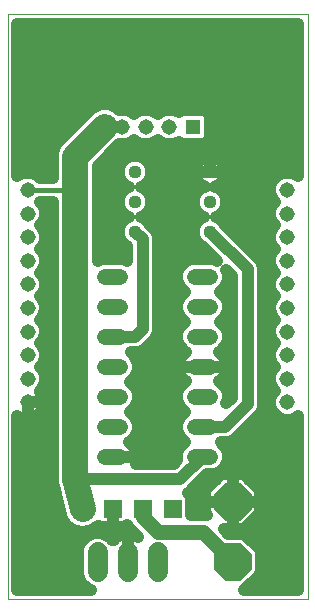
<source format=gbl>
G75*
%MOIN*%
%OFA0B0*%
%FSLAX24Y24*%
%IPPOS*%
%LPD*%
%AMOC8*
5,1,8,0,0,1.08239X$1,22.5*
%
%ADD10C,0.0000*%
%ADD11C,0.0440*%
%ADD12R,0.0594X0.0594*%
%ADD13C,0.0515*%
%ADD14C,0.0520*%
%ADD15C,0.0650*%
%ADD16OC8,0.1240*%
%ADD17R,0.0515X0.0515*%
%ADD18C,0.0500*%
%ADD19C,0.0400*%
%ADD20C,0.0860*%
%ADD21C,0.0160*%
D10*
X000680Y000680D02*
X000680Y020180D01*
X010680Y020180D01*
X010680Y000680D01*
X000680Y000680D01*
D11*
X004930Y012930D03*
X004930Y013930D03*
X004930Y014930D03*
X007430Y014930D03*
X007430Y013930D03*
X007430Y012930D03*
D12*
X006180Y003680D03*
X005180Y003680D03*
X004180Y003680D03*
X003180Y003680D03*
D13*
X001349Y007243D03*
X001349Y008030D03*
X001349Y008818D03*
X001349Y009605D03*
X001349Y010393D03*
X001349Y011180D03*
X001349Y011967D03*
X001349Y012755D03*
X001349Y013542D03*
X001349Y014330D03*
X004499Y016430D03*
X005286Y016430D03*
X006074Y016430D03*
X010011Y014330D03*
X010011Y013542D03*
X010011Y012755D03*
X010011Y011967D03*
X010011Y011180D03*
X010011Y010393D03*
X010011Y009605D03*
X010011Y008818D03*
X010011Y008030D03*
X010011Y007243D03*
D14*
X007440Y007430D02*
X006920Y007430D01*
X006920Y006430D02*
X007440Y006430D01*
X007440Y005430D02*
X006920Y005430D01*
X006920Y008430D02*
X007440Y008430D01*
X007440Y009430D02*
X006920Y009430D01*
X006920Y010430D02*
X007440Y010430D01*
X007440Y011430D02*
X006920Y011430D01*
X004440Y011430D02*
X003920Y011430D01*
X003920Y010430D02*
X004440Y010430D01*
X004440Y009430D02*
X003920Y009430D01*
X003920Y008430D02*
X004440Y008430D01*
X004440Y007430D02*
X003920Y007430D01*
X003920Y006430D02*
X004440Y006430D01*
X004440Y005430D02*
X003920Y005430D01*
D15*
X003680Y002255D02*
X003680Y001605D01*
X004680Y001605D02*
X004680Y002255D01*
X005680Y002255D02*
X005680Y001605D01*
D16*
X008180Y001930D03*
X008180Y003930D03*
D17*
X006861Y016430D03*
D18*
X005180Y003430D02*
X005680Y002930D01*
X007180Y002930D01*
X008180Y001930D01*
D19*
X008046Y002870D02*
X007906Y003010D01*
X008180Y003010D01*
X008561Y003010D01*
X009100Y003549D01*
X009100Y003930D01*
X009100Y004311D01*
X008561Y004850D01*
X008180Y004850D01*
X008180Y003930D01*
X008180Y003930D01*
X009100Y003930D01*
X008180Y003930D01*
X008180Y003930D01*
X008180Y003930D01*
X007260Y003930D01*
X007260Y004311D01*
X007799Y004850D01*
X008180Y004850D01*
X008180Y003930D01*
X008180Y003010D01*
X008180Y003930D01*
X008180Y003930D01*
X007260Y003930D01*
X007260Y003549D01*
X007320Y003489D01*
X007293Y003500D01*
X006797Y003500D01*
X006797Y004041D01*
X006748Y004158D01*
X006684Y004222D01*
X006725Y004239D01*
X006871Y004385D01*
X007335Y004850D01*
X007555Y004850D01*
X007769Y004938D01*
X007932Y005101D01*
X008020Y005315D01*
X008020Y005545D01*
X007932Y005759D01*
X007780Y005910D01*
X008033Y005910D01*
X008225Y005989D01*
X009121Y006885D01*
X009200Y007077D01*
X009200Y007283D01*
X009200Y011577D01*
X009200Y011783D01*
X009121Y011975D01*
X007908Y013188D01*
X007888Y013236D01*
X007736Y013388D01*
X007634Y013430D01*
X007736Y013472D01*
X007888Y013624D01*
X007970Y013823D01*
X007970Y014037D01*
X007888Y014236D01*
X007736Y014388D01*
X007608Y014441D01*
X007630Y014448D01*
X007703Y014485D01*
X007769Y014533D01*
X007827Y014591D01*
X007875Y014657D01*
X007912Y014730D01*
X007937Y014808D01*
X007950Y014889D01*
X007950Y014930D01*
X007950Y014971D01*
X007937Y015052D01*
X007912Y015130D01*
X007875Y015203D01*
X007827Y015269D01*
X007769Y015327D01*
X007703Y015375D01*
X007630Y015412D01*
X007552Y015437D01*
X007471Y015450D01*
X007430Y015450D01*
X007430Y014930D01*
X007430Y014930D01*
X007950Y014930D01*
X007430Y014930D01*
X007430Y014930D01*
X007430Y014930D01*
X006910Y014930D01*
X006910Y014971D01*
X006923Y015052D01*
X006948Y015130D01*
X006985Y015203D01*
X007033Y015269D01*
X007091Y015327D01*
X007157Y015375D01*
X007230Y015412D01*
X007308Y015437D01*
X007389Y015450D01*
X007430Y015450D01*
X007430Y014930D01*
X006910Y014930D01*
X006910Y014889D01*
X006923Y014808D01*
X006948Y014730D01*
X006985Y014657D01*
X007033Y014591D01*
X007091Y014533D01*
X007157Y014485D01*
X007230Y014448D01*
X007252Y014441D01*
X007124Y014388D01*
X006972Y014236D01*
X006890Y014037D01*
X006890Y013823D01*
X006972Y013624D01*
X007124Y013472D01*
X007226Y013430D01*
X007124Y013388D01*
X006972Y013236D01*
X006890Y013037D01*
X006890Y012823D01*
X006972Y012624D01*
X007124Y012472D01*
X007172Y012452D01*
X007656Y011968D01*
X007555Y012010D01*
X006805Y012010D01*
X006591Y011922D01*
X006428Y011759D01*
X006340Y011545D01*
X006340Y011315D01*
X006428Y011101D01*
X006591Y010938D01*
X006611Y010930D01*
X006591Y010922D01*
X006428Y010759D01*
X006340Y010545D01*
X006340Y010315D01*
X006428Y010101D01*
X006591Y009938D01*
X006611Y009930D01*
X006591Y009922D01*
X006428Y009759D01*
X006340Y009545D01*
X006340Y009315D01*
X006428Y009101D01*
X006591Y008938D01*
X006643Y008917D01*
X006626Y008909D01*
X006555Y008857D01*
X006493Y008795D01*
X006441Y008724D01*
X006401Y008645D01*
X006374Y008561D01*
X006360Y008474D01*
X006360Y008430D01*
X007180Y008430D01*
X008000Y008430D01*
X008000Y008474D01*
X007986Y008561D01*
X007959Y008645D01*
X007919Y008724D01*
X007867Y008795D01*
X007805Y008857D01*
X007734Y008909D01*
X007717Y008917D01*
X007769Y008938D01*
X007932Y009101D01*
X008020Y009315D01*
X008020Y009545D01*
X007932Y009759D01*
X007769Y009922D01*
X007749Y009930D01*
X007769Y009938D01*
X007932Y010101D01*
X008020Y010315D01*
X008020Y010545D01*
X007932Y010759D01*
X007769Y010922D01*
X007749Y010930D01*
X007769Y010938D01*
X007932Y011101D01*
X008020Y011315D01*
X008020Y011545D01*
X007978Y011646D01*
X008160Y011465D01*
X008160Y007395D01*
X007978Y007213D01*
X008020Y007315D01*
X008020Y007545D01*
X007932Y007759D01*
X007769Y007922D01*
X007717Y007943D01*
X007734Y007951D01*
X007805Y008003D01*
X007867Y008065D01*
X007919Y008136D01*
X007959Y008215D01*
X007986Y008299D01*
X008000Y008386D01*
X008000Y008430D01*
X007180Y008430D01*
X007180Y008430D01*
X007180Y008430D01*
X006360Y008430D01*
X006360Y008386D01*
X006374Y008299D01*
X006401Y008215D01*
X006441Y008136D01*
X006493Y008065D01*
X006555Y008003D01*
X006626Y007951D01*
X006643Y007943D01*
X006591Y007922D01*
X006428Y007759D01*
X006340Y007545D01*
X006340Y007315D01*
X006428Y007101D01*
X006591Y006938D01*
X006611Y006930D01*
X006591Y006922D01*
X006428Y006759D01*
X006340Y006545D01*
X006340Y006315D01*
X006428Y006101D01*
X006591Y005938D01*
X006611Y005930D01*
X006591Y005922D01*
X006428Y005759D01*
X006340Y005545D01*
X006340Y005325D01*
X006215Y005200D01*
X004951Y005200D01*
X004959Y005215D01*
X004986Y005299D01*
X005000Y005386D01*
X005000Y005430D01*
X005000Y005474D01*
X004986Y005561D01*
X004959Y005645D01*
X004919Y005724D01*
X004867Y005795D01*
X004805Y005857D01*
X004734Y005909D01*
X004717Y005917D01*
X004769Y005938D01*
X004932Y006101D01*
X005020Y006315D01*
X005020Y006545D01*
X004932Y006759D01*
X004769Y006922D01*
X004749Y006930D01*
X004769Y006938D01*
X004932Y007101D01*
X005020Y007315D01*
X005020Y007545D01*
X004932Y007759D01*
X004769Y007922D01*
X004749Y007930D01*
X004769Y007938D01*
X004932Y008101D01*
X005020Y008315D01*
X005020Y008545D01*
X004932Y008759D01*
X004780Y008910D01*
X005033Y008910D01*
X005225Y008989D01*
X005621Y009385D01*
X005700Y009577D01*
X005700Y012783D01*
X005621Y012975D01*
X005408Y013188D01*
X005388Y013236D01*
X005236Y013388D01*
X005134Y013430D01*
X005236Y013472D01*
X005388Y013624D01*
X005470Y013823D01*
X005470Y014037D01*
X005388Y014236D01*
X005236Y014388D01*
X005134Y014430D01*
X005236Y014472D01*
X005388Y014624D01*
X005470Y014823D01*
X005470Y015037D01*
X005388Y015236D01*
X005236Y015388D01*
X005037Y015470D01*
X004823Y015470D01*
X004624Y015388D01*
X004472Y015236D01*
X004390Y015037D01*
X004390Y014823D01*
X004472Y014624D01*
X004624Y014472D01*
X004726Y014430D01*
X004624Y014388D01*
X004472Y014236D01*
X004390Y014037D01*
X004390Y013823D01*
X004472Y013624D01*
X004624Y013472D01*
X004726Y013430D01*
X004624Y013388D01*
X004472Y013236D01*
X004390Y013037D01*
X004390Y012823D01*
X004472Y012624D01*
X004624Y012472D01*
X004660Y012457D01*
X004660Y011967D01*
X004555Y012010D01*
X003805Y012010D01*
X003680Y011958D01*
X003680Y015119D01*
X004413Y015853D01*
X004614Y015853D01*
X004826Y015940D01*
X004893Y016007D01*
X004959Y015940D01*
X005171Y015853D01*
X005401Y015853D01*
X005613Y015940D01*
X005680Y016007D01*
X005747Y015940D01*
X005959Y015853D01*
X006189Y015853D01*
X006388Y015935D01*
X006422Y015901D01*
X006540Y015853D01*
X007182Y015853D01*
X007300Y015901D01*
X007390Y015991D01*
X007439Y016109D01*
X007439Y016751D01*
X007390Y016869D01*
X007300Y016959D01*
X007182Y017007D01*
X006540Y017007D01*
X006422Y016959D01*
X006388Y016925D01*
X006189Y017007D01*
X005959Y017007D01*
X005747Y016920D01*
X005680Y016853D01*
X005613Y016920D01*
X005401Y017007D01*
X005171Y017007D01*
X004959Y016920D01*
X004893Y016853D01*
X004826Y016920D01*
X004614Y017007D01*
X004413Y017007D01*
X004355Y017066D01*
X004079Y017180D01*
X003781Y017180D01*
X003505Y017066D01*
X002294Y015855D01*
X002180Y015579D01*
X002180Y014730D01*
X001766Y014730D01*
X001676Y014819D01*
X001464Y014907D01*
X001234Y014907D01*
X001022Y014819D01*
X001000Y014797D01*
X001000Y019860D01*
X010360Y019860D01*
X010360Y014797D01*
X010338Y014819D01*
X010126Y014907D01*
X009896Y014907D01*
X009684Y014819D01*
X009521Y014657D01*
X009433Y014444D01*
X009433Y014215D01*
X009521Y014002D01*
X009588Y013936D01*
X009521Y013869D01*
X009433Y013657D01*
X009433Y013427D01*
X009521Y013215D01*
X009588Y013149D01*
X009521Y013082D01*
X009433Y012870D01*
X009433Y012640D01*
X009521Y012428D01*
X009588Y012361D01*
X009521Y012295D01*
X009433Y012082D01*
X009433Y011853D01*
X009521Y011640D01*
X009588Y011574D01*
X009521Y011507D01*
X009433Y011295D01*
X009433Y011065D01*
X009521Y010853D01*
X009588Y010786D01*
X009521Y010720D01*
X009433Y010507D01*
X009433Y010278D01*
X009521Y010065D01*
X009588Y009999D01*
X009521Y009932D01*
X009433Y009720D01*
X009433Y009490D01*
X009521Y009278D01*
X009588Y009211D01*
X009521Y009145D01*
X009433Y008933D01*
X009433Y008703D01*
X009521Y008491D01*
X009588Y008424D01*
X009521Y008358D01*
X009433Y008145D01*
X009433Y007916D01*
X009521Y007703D01*
X009588Y007637D01*
X009521Y007570D01*
X009433Y007358D01*
X009433Y007128D01*
X009521Y006916D01*
X009684Y006753D01*
X009896Y006666D01*
X010126Y006666D01*
X010338Y006753D01*
X010360Y006776D01*
X010360Y001000D01*
X008579Y001000D01*
X009120Y001541D01*
X009120Y002319D01*
X008569Y002870D01*
X008046Y002870D01*
X008180Y003071D02*
X008180Y003071D01*
X008180Y003470D02*
X008180Y003470D01*
X008180Y003868D02*
X008180Y003868D01*
X008180Y004267D02*
X008180Y004267D01*
X008180Y004665D02*
X008180Y004665D01*
X007894Y005064D02*
X010360Y005064D01*
X010360Y005462D02*
X008020Y005462D01*
X007830Y005861D02*
X010360Y005861D01*
X010360Y006259D02*
X008494Y006259D01*
X008893Y006658D02*
X010360Y006658D01*
X009463Y007056D02*
X009191Y007056D01*
X009200Y007455D02*
X009473Y007455D01*
X009459Y007853D02*
X009200Y007853D01*
X009200Y008252D02*
X009477Y008252D01*
X009455Y008650D02*
X009200Y008650D01*
X009200Y009049D02*
X009481Y009049D01*
X009451Y009447D02*
X009200Y009447D01*
X009200Y009846D02*
X009485Y009846D01*
X009447Y010244D02*
X009200Y010244D01*
X009200Y010643D02*
X009489Y010643D01*
X009443Y011041D02*
X009200Y011041D01*
X009200Y011440D02*
X009493Y011440D01*
X009439Y011838D02*
X009177Y011838D01*
X008859Y012237D02*
X009497Y012237D01*
X009435Y012635D02*
X008460Y012635D01*
X008062Y013034D02*
X009501Y013034D01*
X009433Y013432D02*
X007639Y013432D01*
X007970Y013831D02*
X009505Y013831D01*
X009433Y014229D02*
X007891Y014229D01*
X007853Y014628D02*
X009509Y014628D01*
X010360Y015026D02*
X007941Y015026D01*
X007591Y015425D02*
X010360Y015425D01*
X010360Y015823D02*
X004384Y015823D01*
X004713Y015425D02*
X003985Y015425D01*
X003680Y015026D02*
X004390Y015026D01*
X004471Y014628D02*
X003680Y014628D01*
X003680Y014229D02*
X004469Y014229D01*
X004390Y013831D02*
X003680Y013831D01*
X003680Y013432D02*
X004721Y013432D01*
X004390Y013034D02*
X003680Y013034D01*
X003680Y012635D02*
X004468Y012635D01*
X004660Y012237D02*
X003680Y012237D01*
X004930Y012930D02*
X005180Y012680D01*
X005180Y009680D01*
X004930Y009430D01*
X004180Y009430D01*
X004977Y008650D02*
X006404Y008650D01*
X006389Y008252D02*
X004994Y008252D01*
X004837Y007853D02*
X006523Y007853D01*
X006340Y007455D02*
X005020Y007455D01*
X004886Y007056D02*
X006474Y007056D01*
X006386Y006658D02*
X004974Y006658D01*
X004997Y006259D02*
X006363Y006259D01*
X006530Y005861D02*
X004800Y005861D01*
X005000Y005462D02*
X006340Y005462D01*
X006430Y004680D02*
X002930Y004680D01*
X002360Y003868D02*
X001000Y003868D01*
X001000Y003470D02*
X002460Y003470D01*
X002489Y003353D02*
X002666Y003114D01*
X002922Y002960D01*
X003217Y002916D01*
X003507Y002989D01*
X003709Y003139D01*
X003741Y003117D01*
X003796Y003095D01*
X003854Y003083D01*
X004180Y003083D01*
X004506Y003083D01*
X004564Y003095D01*
X004619Y003117D01*
X004665Y003148D01*
X004690Y003124D01*
X004697Y003107D01*
X005034Y002770D01*
X005007Y002789D01*
X004920Y002834D01*
X004826Y002864D01*
X004729Y002880D01*
X004680Y002880D01*
X004680Y001930D01*
X004680Y001930D01*
X004680Y002880D01*
X004631Y002880D01*
X004534Y002864D01*
X004440Y002834D01*
X004353Y002789D01*
X004273Y002731D01*
X004203Y002662D01*
X004196Y002651D01*
X004045Y002801D01*
X003808Y002900D01*
X003552Y002900D01*
X003315Y002801D01*
X003133Y002620D01*
X003035Y002383D01*
X003035Y001477D01*
X001000Y001477D01*
X001000Y001876D02*
X003035Y001876D01*
X003035Y001477D02*
X003133Y001240D01*
X003315Y001059D01*
X003456Y001000D01*
X001000Y001000D01*
X001000Y006808D01*
X001057Y006766D01*
X001135Y006726D01*
X001219Y006699D01*
X001305Y006686D01*
X001349Y006686D01*
X001349Y007243D01*
X001349Y007243D01*
X001349Y006686D01*
X001393Y006686D01*
X001480Y006699D01*
X001563Y006726D01*
X001641Y006766D01*
X001712Y006818D01*
X001775Y006880D01*
X001826Y006951D01*
X001866Y007029D01*
X001893Y007112D01*
X001907Y007199D01*
X001907Y007243D01*
X001349Y007243D01*
X001907Y007243D01*
X001907Y007287D01*
X001893Y007374D01*
X001866Y007457D01*
X001826Y007535D01*
X001775Y007606D01*
X001758Y007623D01*
X001839Y007703D01*
X001927Y007916D01*
X001927Y008145D01*
X001839Y008358D01*
X001772Y008424D01*
X001839Y008491D01*
X001927Y008703D01*
X001927Y008933D01*
X001839Y009145D01*
X001772Y009211D01*
X001839Y009278D01*
X001927Y009490D01*
X001927Y009720D01*
X001839Y009932D01*
X001772Y009999D01*
X001839Y010065D01*
X001927Y010278D01*
X001927Y010507D01*
X001839Y010720D01*
X001772Y010786D01*
X001839Y010853D01*
X001927Y011065D01*
X001927Y011295D01*
X001839Y011507D01*
X001772Y011574D01*
X001839Y011640D01*
X001927Y011853D01*
X001927Y012082D01*
X001839Y012295D01*
X001772Y012361D01*
X001839Y012428D01*
X001927Y012640D01*
X001927Y012870D01*
X001839Y013082D01*
X001772Y013149D01*
X001839Y013215D01*
X001927Y013427D01*
X001927Y013657D01*
X001839Y013869D01*
X001779Y013930D01*
X002180Y013930D01*
X002180Y004735D01*
X002166Y004643D01*
X002180Y004588D01*
X002180Y004531D01*
X002216Y004444D01*
X002489Y003353D01*
X002737Y003071D02*
X001000Y003071D01*
X001000Y002673D02*
X003186Y002673D01*
X003035Y002274D02*
X001000Y002274D01*
X001000Y001079D02*
X003295Y001079D01*
X004174Y002673D02*
X004214Y002673D01*
X004180Y003083D02*
X004180Y003680D01*
X004180Y003680D01*
X004180Y003083D01*
X004180Y003470D02*
X004180Y003470D01*
X004733Y003071D02*
X003618Y003071D01*
X004680Y002673D02*
X004680Y002673D01*
X004680Y002274D02*
X004680Y002274D01*
X005180Y003430D02*
X005180Y003680D01*
X005000Y005430D02*
X004180Y005430D01*
X005000Y005430D01*
X004180Y005430D02*
X004180Y005430D01*
X002180Y005462D02*
X001000Y005462D01*
X001000Y005064D02*
X002180Y005064D01*
X002170Y004665D02*
X001000Y004665D01*
X001000Y004267D02*
X002260Y004267D01*
X002180Y005861D02*
X001000Y005861D01*
X001000Y006259D02*
X002180Y006259D01*
X002180Y006658D02*
X001000Y006658D01*
X001349Y007056D02*
X001349Y007056D01*
X001349Y007243D02*
X001349Y007243D01*
X001875Y007056D02*
X002180Y007056D01*
X002180Y007455D02*
X001867Y007455D01*
X001901Y007853D02*
X002180Y007853D01*
X002180Y008252D02*
X001883Y008252D01*
X001905Y008650D02*
X002180Y008650D01*
X002180Y009049D02*
X001879Y009049D01*
X001909Y009447D02*
X002180Y009447D01*
X002180Y009846D02*
X001875Y009846D01*
X001913Y010244D02*
X002180Y010244D01*
X002180Y010643D02*
X001871Y010643D01*
X001917Y011041D02*
X002180Y011041D01*
X002180Y011440D02*
X001867Y011440D01*
X001921Y011838D02*
X002180Y011838D01*
X002180Y012237D02*
X001863Y012237D01*
X001925Y012635D02*
X002180Y012635D01*
X002180Y013034D02*
X001859Y013034D01*
X001927Y013432D02*
X002180Y013432D01*
X002180Y013831D02*
X001855Y013831D01*
X002180Y015026D02*
X001000Y015026D01*
X001000Y015425D02*
X002180Y015425D01*
X002281Y015823D02*
X001000Y015823D01*
X001000Y016222D02*
X002661Y016222D01*
X003059Y016620D02*
X001000Y016620D01*
X001000Y017019D02*
X003458Y017019D01*
X003930Y016430D02*
X004499Y016430D01*
X004402Y017019D02*
X010360Y017019D01*
X010360Y017417D02*
X001000Y017417D01*
X001000Y017816D02*
X010360Y017816D01*
X010360Y018214D02*
X001000Y018214D01*
X001000Y018613D02*
X010360Y018613D01*
X010360Y019011D02*
X001000Y019011D01*
X001000Y019410D02*
X010360Y019410D01*
X010360Y019808D02*
X001000Y019808D01*
X005147Y015425D02*
X007269Y015425D01*
X007430Y015425D02*
X007430Y015425D01*
X007430Y015026D02*
X007430Y015026D01*
X007007Y014628D02*
X005389Y014628D01*
X005391Y014229D02*
X006969Y014229D01*
X006890Y013831D02*
X005470Y013831D01*
X005139Y013432D02*
X007221Y013432D01*
X006890Y013034D02*
X005562Y013034D01*
X005700Y012635D02*
X006968Y012635D01*
X007430Y012930D02*
X008680Y011680D01*
X008680Y007180D01*
X007930Y006430D01*
X007180Y006430D01*
X007180Y005430D02*
X006430Y004680D01*
X006752Y004267D02*
X007260Y004267D01*
X007260Y003868D02*
X006797Y003868D01*
X007150Y004665D02*
X007614Y004665D01*
X008622Y003071D02*
X010360Y003071D01*
X010360Y002673D02*
X008767Y002673D01*
X009120Y002274D02*
X010360Y002274D01*
X010360Y001876D02*
X009120Y001876D01*
X009056Y001477D02*
X010360Y001477D01*
X010360Y001079D02*
X008658Y001079D01*
X009021Y003470D02*
X010360Y003470D01*
X010360Y003868D02*
X009100Y003868D01*
X009100Y004267D02*
X010360Y004267D01*
X010360Y004665D02*
X008746Y004665D01*
X008160Y007455D02*
X008020Y007455D01*
X008160Y007853D02*
X007837Y007853D01*
X007971Y008252D02*
X008160Y008252D01*
X008160Y008650D02*
X007956Y008650D01*
X007879Y009049D02*
X008160Y009049D01*
X008160Y009447D02*
X008020Y009447D01*
X008160Y009846D02*
X007845Y009846D01*
X007991Y010244D02*
X008160Y010244D01*
X008160Y010643D02*
X007980Y010643D01*
X007871Y011041D02*
X008160Y011041D01*
X008160Y011440D02*
X008020Y011440D01*
X007388Y012237D02*
X005700Y012237D01*
X005700Y011838D02*
X006508Y011838D01*
X006340Y011440D02*
X005700Y011440D01*
X005700Y011041D02*
X006489Y011041D01*
X006380Y010643D02*
X005700Y010643D01*
X005700Y010244D02*
X006369Y010244D01*
X006515Y009846D02*
X005700Y009846D01*
X005646Y009447D02*
X006340Y009447D01*
X006481Y009049D02*
X005284Y009049D01*
X005470Y015026D02*
X006919Y015026D01*
X007439Y016222D02*
X010360Y016222D01*
X010360Y016620D02*
X007439Y016620D01*
D20*
X003930Y016430D02*
X002930Y015430D01*
X002930Y014180D01*
X002930Y004680D01*
X003180Y003680D01*
D21*
X002930Y014180D02*
X002930Y014330D01*
X001349Y014330D01*
X002930Y014180D02*
X003180Y014330D01*
M02*

</source>
